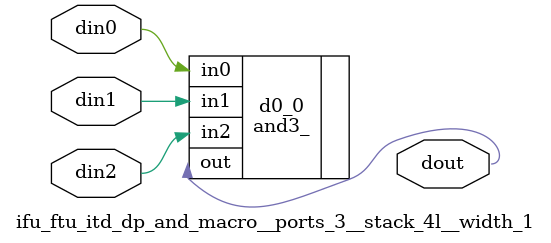
<source format=v>
module ifu_ftu_itd_dp (
  tcu_scan_en, 
  tcu_muxtest, 
  tcu_dectest, 
  l2clk, 
  scan_in, 
  tcu_pce_ov, 
  spc_aclk, 
  spc_bclk, 
  default_pid, 
  default_r, 
  default_context_0, 
  default_context_1, 
  write_context_0, 
  write_context_1, 
  itc_sel_trap_pc_0, 
  itc_sel_trap_pc_1, 
  itc_sel_demap_tag_d, 
  itc_sel_demap_tag_c0, 
  itc_sel_demap_tag_c1, 
  itc_sel_write_tag, 
  itc_sel_default, 
  itc_sel_write_tag_indexed, 
  itc_tag_error_inj, 
  itc_data_error_inj, 
  ifu_agd_pc_bf, 
  tlu_trap_pc_0, 
  tlu_trap_pc_1, 
  mmu_index, 
  ftp_thr0_pid_data, 
  ftp_thr1_pid_data, 
  ftp_thr2_pid_data, 
  ftp_thr3_pid_data, 
  ftp_thr4_pid_data, 
  ftp_thr5_pid_data, 
  ftp_thr6_pid_data, 
  ftp_thr7_pid_data, 
  asi_addr_bf, 
  mbi_addr, 
  mbi_wdata, 
  mbi_run, 
  mbi_cambist_run, 
  mbi_cambist_shift, 
  mbi_init_to_zero, 
  itc_sel_mbist, 
  itc_write_next, 
  scan_out, 
  itd_tag, 
  itd_data, 
  itd_index_valid_in, 
  itd_rw_index, 
  itd_prty_256m, 
  itd_prty_4m, 
  itd_prty_64k, 
  itd_prty_8k, 
  itd_prty_ctxt0, 
  itd_prty_ctxt1);
wire stop;
wire en;
wire test;
wire se;
wire pce_ov;
wire siclk;
wire soclk;
wire [54:0] tlu_tte;
wire tte0_lat_scanin;
wire tte0_lat_scanout;
wire init_or_shift;
wire [54:0] tte0;
wire init_or_shift_bf;
wire tte1_lat_scanin;
wire tte1_lat_scanout;
wire [54:0] tte1;
wire not_init_and_run;
wire not_init_nor_run;
wire [54:0] tte2;
wire not_init_and_run_bf;
wire not_init_nor_run_bf;
wire [2:0] partition_id1_to_buf;
wire [2:0] partition_id1;
wire [68:0] tag_to_demap_d;
wire [68:0] tag_to_demap_c0;
wire [12:0] write_context_0_ff;
wire [68:0] tag_to_demap_c1;
wire [12:0] write_context_1_ff;
wire prty_tte0_ctxt_;
wire sel_write_tag_c0;
wire sel_write_tag_c1;
wire [13:0] context_to_write_in;
wire [68:0] tag_to_write;
wire [13:0] context_to_write;
wire [2:0] partition_id2;
wire context_to_write_prty;
wire mask_va_27_22_;
wire mask_va_21_16_;
wire mask_va_15_13_;
wire mask_context_;
wire [27:13] masked_va;
wire masked_ctxt_parity;
wire [68:0] access_tag_f;
wire wrdata_sel;
wire [51:13] tag_for_parity;
wire mux_masked_ctxt_parity;
wire tag_parity_unmasked;
wire tag_parity_masked;
wire tag_parity;
wire [7:0] mbist_wdata_bf;
wire mbist_run;
wire tag_parity_out;
wire prty_256m;
wire prty_8k_lower;
wire prty_va_27_22;
wire prty_4m;
wire prty_va_27_16;
wire prty_64k;
wire prty_8k;
wire prty_ctxt0;
wire prty_ctxt1;
wire [68:0] access_tag_in;
wire access_tag_reg_scanin;
wire access_tag_reg_scanout;
wire access_tag_reg0_scanin;
wire access_tag_reg0_scanout;
wire write_context_0_reg_scanin;
wire write_context_0_reg_scanout;
wire write_context_1_reg_scanin;
wire write_context_1_reg_scanout;
wire context_to_write_reg_scanin;
wire context_to_write_reg_scanout;
wire tte2_lat_scanin;
wire tte2_lat_scanout;
wire [52:0] tte2_out;
wire [3:0] atm_unused;
wire [6:0] tte2_unused;
wire tte1_unused;
wire [68:0] mbist_wdata;
wire [7:0] mbist_wdata_dup;
wire [37:0] data_mbist_wdata;
wire [68:0] mbist_camdata;
wire [68:0] mbist_camdata_shift;
wire [68:0] bist_wdata;
wire [68:0] itd_tag_to_buf;
wire [5:0] mbist_index;
wire [5:0] itd_rw_index_to_buf;
wire mbist_in_reg_scanin;
wire mbist_in_reg_scanout;
wire [5:0] mbist_index_to_buf;
wire [7:0] mbist_wdata_to_buf;
wire mbist_run_to_buf;
wire cambist_run_bf;
wire mbist_in_dup_reg_scanin;
wire mbist_in_dup_reg_scanout;
wire tcu_muxtest_rep0;
wire [37:0] data_to_write;
wire [36:0] itd_data_to_buf;
wire data_parity;
wire data_parity_0;
wire data_parity_1;
wire init_or_shift_nor;
wire [1:0] itd_demap_control1;
wire demap_control1_0_;




input tcu_scan_en ;
input tcu_muxtest;
input tcu_dectest;
input		l2clk;
input		scan_in;
input		tcu_pce_ov;
input		spc_aclk;
input		spc_bclk;

input	[2:0] default_pid;
input		default_r;
input	[12:0] default_context_0;
input	[12:0] default_context_1;
input	[13:0] write_context_0;
input	[13:0] write_context_1;

input		itc_sel_trap_pc_0;
input		itc_sel_trap_pc_1;
input		itc_sel_demap_tag_d;
input		itc_sel_demap_tag_c0;
input		itc_sel_demap_tag_c1;
input		itc_sel_write_tag;
input           itc_sel_default;
input		itc_sel_write_tag_indexed;
input 	        itc_tag_error_inj;
input 	        itc_data_error_inj;

input	[47:13]	ifu_agd_pc_bf;

input	[47:0]	tlu_trap_pc_0;
input	[47:0]	tlu_trap_pc_1;
input	[6:0]	mmu_index;		// valid and index from data_access

input	[2:0]	ftp_thr0_pid_data;
input	[2:0]	ftp_thr1_pid_data;
input	[2:0]	ftp_thr2_pid_data;
input	[2:0]	ftp_thr3_pid_data;
input	[2:0]	ftp_thr4_pid_data;
input	[2:0]	ftp_thr5_pid_data;
input	[2:0]	ftp_thr6_pid_data;
input	[2:0]	ftp_thr7_pid_data;

input	[8:3]	asi_addr_bf;
input   [5:0] mbi_addr;
input   [7:0]	mbi_wdata;
input 	        mbi_run;
input           mbi_cambist_run;
input           mbi_cambist_shift;
input           mbi_init_to_zero;

input 		itc_sel_mbist;
input           itc_write_next;

output		scan_out;

output	[68:0]	itd_tag;
output	[37:0]	itd_data;
// output	[02:00]	itd_demap_control1;
output		itd_index_valid_in;
output	[5:0]	itd_rw_index;
output		itd_prty_256m;
output		itd_prty_4m;
output		itd_prty_64k;
output		itd_prty_8k;
output		itd_prty_ctxt0;
output		itd_prty_ctxt1;


					
// assign pce_ov	= tcu_pce_ov;
assign stop	= 1'b0;
// assign siclk	= spc_aclk;
// assign soclk	= spc_bclk;
assign en	= 1'b1;
// assign clk	= l2clk;
assign test  	= tcu_dectest;

ifu_ftu_itd_dp_buff_macro__dbuff_32x__stack_none__width_4 test_rep0  (
  .din ({tcu_scan_en,tcu_pce_ov,spc_aclk,spc_bclk}),
  .dout({se,pce_ov,siclk,soclk})
);



///////////////////////////////////////////////////////////////////////////////
// Flop the TTE from TLU

// First cycle of transfer 
// (part of tag, data, controls)
// 	  45	  Demap valid
// 	  44:43	  Demap / context type
//	  42	  PS_GT_64K
//	  41:39   VA[15:13]
//	  38	  PS_GT_8K
//	  37:35   Thread ID
//	  34	  Real bit
//	  33:22   PA[39:28]
//	  21:16   PA[27:22]
//	  15:10   PA[21:16]
//	  09:07   PA[15:13]
//	  06	  Valid bit
//	  05	  NFO bit
//	  04	  IE bit
//	  03	  CP bit
//	  02	  X bit
//	  01	  P bit
//	  00	  W bit
// Second cycle of transfer 
// (rest of tag)
//	  47:28   VA[47:28]
//	  27:22   VA[27:22]
//	  21	  PS_EQ_256M
//	  20	  Valid
//	  19	  Lock
//	  18:13   VA[21:16]
//	  12:00   Context

ifu_ftu_itd_dp_mux_macro__mux_aonpe__ports_2__stack_60c__width_55 tte_mux     (
	.din0	({mmu_index		[6:0],
		  tlu_trap_pc_0		[47:0]}),
	.din1	({mmu_index		[6:0],
		  tlu_trap_pc_1		[47:0]}),
	.sel0	(itc_sel_trap_pc_0		),
	.sel1	(itc_sel_trap_pc_1		),
	.dout	(tlu_tte		[54:0]	)
 
);

ifu_ftu_itd_dp_msff_macro__stack_60c__width_56 tte0_lat   (
        .scan_in(tte0_lat_scanin),
        .scan_out(tte0_lat_scanout),
        .clk ( l2clk                ),
	.din	({tlu_tte		[54:0]	,init_or_shift }),
	.dout	({tte0			[54:0]	,init_or_shift_bf}),
  .en(en),
  .se(se),
  .siclk(siclk),
  .soclk(soclk),
  .pce_ov(pce_ov),
  .stop(stop)
);

ifu_ftu_itd_dp_msff_macro__stack_60c__width_59 tte1_lat   (
        .scan_in(tte1_lat_scanin),
        .scan_out(tte1_lat_scanout),
        .clk ( l2clk                ),
	.din	({tte0[54:0],  tte1[37:36],not_init_and_run , not_init_nor_run}	),
	.dout	({tte1[54:0],  tte2[37:36],not_init_and_run_bf , not_init_nor_run_bf }	),
  .en(en),
  .se(se),
  .siclk(siclk),
  .soclk(soclk),
  .pce_ov(pce_ov),
  .stop(stop)
);





///////////////////////////TTE tag///////////////////////////////////////////////

// First must capture partition ID for both cycles
ifu_ftu_itd_dp_mux_macro__mux_aodec__ports_8__stack_4r__width_3 mx_pid1     (
	.din0	(ftp_thr0_pid_data[2:0]),
	.din1	(ftp_thr1_pid_data[2:0]),
	.din2	(ftp_thr2_pid_data[2:0]),
	.din3	(ftp_thr3_pid_data[2:0]),
	.din4	(ftp_thr4_pid_data[2:0]),
	.din5	(ftp_thr5_pid_data[2:0]),
	.din6	(ftp_thr6_pid_data[2:0]),
	.din7	(ftp_thr7_pid_data[2:0]),
	.sel	(tte1[37:35]),
	.dout	(partition_id1_to_buf[2:0])
);

ifu_ftu_itd_dp_buff_macro__stack_4c__width_3 mx_pid1_buf   (
    .din(partition_id1_to_buf[2:0]),
    .dout(partition_id1[2:0]));

// Now build tag for the two cycles
// Demap with specified context
assign tag_to_demap_d[68:0] =
       {tte0		[12:0],	// Context	
	partition_id1	[2:0],	// PID
	tte1		[34   ],	// R
	tte0		[47:28],	// VA[47:28]
	tte0		[27:22],	// VA[27:22]
	tte0		[21   ],	// 27_22_V
	tte0		[20   ],	// V
	tte0		[18:13],	// VA[21:16]
	tte1		[42   ],	// 21_16_V
	tte1		[41:39],	// VA[15:13]
	tte1		[38   ],	// 15_13_V
	tte0		[12:0]};	// Context[12:00]

// Demap with context 0
assign tag_to_demap_c0[68:0] =
       {write_context_0_ff	[12:0],	// Context[12:00]
	partition_id1		[2:0],	// PID
	tte1			[34   ],	// R
	tte0			[47:28],	// VA[47:28]
	tte0			[27:22],	// VA[27:22]
	tte0			[21   ],	// 27_22_V
	tte0			[20   ],	// V
	tte0			[18:13],	// VA[21:16]
	tte1			[42   ],	// 21_16_V
	tte1			[41:39],	// VA[15:13]
	tte1			[38   ],	// 15_13_V
	write_context_0_ff	[12:0]};	// Context[12:00]
	
// Demap with context 1
assign tag_to_demap_c1[68:0] =
       {write_context_1_ff	[12:0],	// Context[12:00]
	partition_id1		[2:0],	// PID
	tte1			[34   ],	// R
	tte0			[47:28],	// VA[47:28]
	tte0			[27:22],	// VA[27:22]
	tte0			[21   ],	// 27_22_V
	tte0			[20   ],	// V
	tte0			[18:13],	// VA[21:16]
	tte1			[42   ],	// 21_16_V
	tte1			[41:39],	// VA[15:13]
	tte1			[38   ],	// 15_13_V
	write_context_1_ff	[12:0]};	// Context[12:00]

// Mux context for write tag
ifu_ftu_itd_dp_mux_macro__mux_aope__ports_3__stack_14r__width_14 context_to_write_mux     (
	.din0	(write_context_0	[13:0]	),
	.din1	(write_context_1	[13:0]	),
	.din2	({prty_tte0_ctxt_, tte0	[12:0]}),
	.sel0	(sel_write_tag_c0		),
	.sel1	(sel_write_tag_c1		),
	.dout	(context_to_write_in	[13:0]	)
);

// buff_macro context_to_write_buf (width=14, stack=14r) (
//     .din(context_to_write_to_buf[13:0]),
//     .dout(context_to_write[13:0]));

// Write with muxed context
assign tag_to_write[68:0] =
       {context_to_write[12:0],	// Context		68:56
	partition_id2	[2:0],	// PID			55:53
	tte2		[34   ],	// R			52
	tte1		[47:28],	// VA[47:28]		51:32
	tte1		[27:22],	// VA[27:22]		31:26
	tte1		[21   ],	// 27_22_V		25
	tte1		[20   ],	// V			24
	tte1		[18:13],	// VA[21:16]		23:18
	tte2		[42   ],	// 21_16_V		17
	tte2		[41:39],	// VA[15:13]		16:14
	tte2		[38   ],	// 15_13_V		13
	context_to_write[12:0]		// Context[12:00]	12:00
	};
	
assign context_to_write_prty = context_to_write[13] ;

///////////////////////////////////////////////
// Parity generation for tte_tag
///////////////////////////////////////////////

// Mask the appropriate address/context bits based on page size and RA or VA trans type.

ifu_ftu_itd_dp_inv_macro__width_3 pg_mask_va  (
	.din	({tag_to_write[25],tag_to_write[17],tag_to_write[13]}),
	.dout	({mask_va_27_22_,  mask_va_21_16_,  mask_va_15_13_})
);
ifu_ftu_itd_dp_inv_macro__width_1 pg_mask_ctxt  (
	.din	(tag_to_write[52]),
	.dout	(mask_context_)
);

ifu_ftu_itd_dp_and_macro__ports_2__stack_16l__width_16 mask_tag    (
	.din0	({tag_to_write[31:26],
		  tag_to_write[23:18],
		  tag_to_write[16:14],
		  context_to_write_prty}),
	.din1	({{6{mask_va_27_22_}},
		  {6{mask_va_21_16_}},
		  {3{mask_va_15_13_}},
		     mask_context_}),
	.dout	({masked_va[27:22],
		  masked_va[21:16],
		  masked_va[15:13],
		  masked_ctxt_parity})
);

ifu_ftu_itd_dp_mux_macro__left_2__mux_pgpe__ports_2__stack_60c__width_40 parity_mux      (
	.din0	({ tag_to_write[55:53],	
		  tag_to_write[52],	
		  tag_to_write[51:32],	
		  masked_va   [27:22],	
		  masked_va   [21:16],	
		  masked_va   [15:13],
                  masked_ctxt_parity}),	
	.din1	({ access_tag_f[55:53],	
		  access_tag_f[52],	
		  access_tag_f[51:26],	
		  access_tag_f[23:18],	
		  access_tag_f[16:14],
                  1'b0}),	
	.sel0	(wrdata_sel	),
	.dout	({ tag_for_parity[51:13], mux_masked_ctxt_parity})
);

ifu_ftu_itd_dp_prty_macro__width_32 tag_pgen0  (
	.din	({itc_tag_error_inj,1'b0,tag_for_parity[51:28],6'b0}),
	.dout	(tag_parity_unmasked)
);
ifu_ftu_itd_dp_prty_macro__width_16 tag_pgen1  (
	.din	({tag_for_parity[27:13],mux_masked_ctxt_parity}),
	.dout	(tag_parity_masked)
);
// inv_macro inv_tag_par (width=2) (
// 	.din	({tag_parity_unmasked ,tag_parity_masked}),
// 	.dout	({tag_parity_unmasked_,tag_parity_masked_}),
// );
ifu_ftu_itd_dp_xor_macro__ports_2__width_1 pgen_tag   (
	.din0	(tag_parity_unmasked),
	.din1	(tag_parity_masked),
	.dout	(tag_parity)
);
// inv_macro write_inv (width=1) (
// 	.din	(itc_write_next ),
// 	.dout	(write_next_))
// ;
ifu_ftu_itd_dp_mux_macro__mux_pgpe__ports_2__stack_2r__width_1 tag_pmux     (
	.din0	(mbist_wdata_bf[5]),
	.din1	(tag_parity),
	.sel0	(mbist_run),
	.dout	(tag_parity_out)
);
// buff_macro tag_pbuf (width=1) (
// 	.din	(tag_parity_out),
// 	.dout	(tld_data[37])
// );

// Additional logic needed to complete parity detection.  
// tag_parity_unmasked is valid for all page sizes (it's complete for 256m)
// tag_parity_masked represents the addtional parity for 8k pages


assign prty_256m     = tag_parity_unmasked ;
assign prty_8k_lower = tag_parity_masked ; 

ifu_ftu_itd_dp_prty_macro__width_8 pgen_va_27_22  (
	.din	({access_tag_f[31:26],2'b00}),
	.dout	(prty_va_27_22)
);
ifu_ftu_itd_dp_xor_macro__ports_2__width_1 pgen_4m   (
	.din0	(prty_256m),
	.din1	(prty_va_27_22),
	.dout	(prty_4m)
);

ifu_ftu_itd_dp_prty_macro__width_16 pgen_va_27_16  (
	.din	({access_tag_f[31:26],4'b0000,access_tag_f[23:18]}),
	.dout	(prty_va_27_16)
);
ifu_ftu_itd_dp_xor_macro__ports_2__width_1 pgen_64k   (
	.din0	(prty_256m),
	.din1	(prty_va_27_16),
	.dout	(prty_64k)
);

ifu_ftu_itd_dp_xor_macro__ports_2__width_1 pgen_8k   (
	.din0	(prty_256m),
	.din1	(prty_8k_lower),
	.dout	(prty_8k)
);

 ifu_ftu_itd_dp_prty_macro__width_16 pgen_ctxt0  (
 	.din	({access_tag_f[12:0],3'b000}),
 	.dout	(prty_ctxt0)
 );
 ifu_ftu_itd_dp_prty_macro__width_16 pgen_ctxt1  (
 	.din	({3'b000,access_tag_f[68:56]}),
 	.dout	(prty_ctxt1)
 );

ifu_ftu_itd_dp_buff_macro__width_6 prty_buf  (
	.din	({    prty_256m,    prty_4m,    prty_64k,    prty_8k,    prty_ctxt0,    prty_ctxt1}),
	.dout	({itd_prty_256m,itd_prty_4m,itd_prty_64k,itd_prty_8k,itd_prty_ctxt0,itd_prty_ctxt1})
);

/////////////////////////////////////////////////////////////////////////////////////////////////////////////


 ifu_ftu_itd_dp_prty_macro__width_16 pgen_tte0_ctxt  (
  	.din	({1'b0,tte0[12:0],2'b00}),
  	.dout	(prty_tte0_ctxt_)
  );


assign access_tag_in[68:0] = {itd_tag[68:52],ifu_agd_pc_bf[47:22],itd_tag[25:24],
                              ifu_agd_pc_bf[21:16],itd_tag[17],ifu_agd_pc_bf[15:13],itd_tag[13:0]};

ifu_ftu_itd_dp_msff_macro__stack_60c__width_56 access_tag_reg  (
 .scan_in(access_tag_reg_scanin),
 .scan_out(access_tag_reg_scanout),
 .clk ( l2clk                ),
 .en  ( 1'b1 ),  
 .din ( access_tag_in[55:0]),
 .dout( access_tag_f[55:0]    ),
  .se(se),
  .siclk(siclk),
  .soclk(soclk),
  .pce_ov(pce_ov),
  .stop(stop));

ifu_ftu_itd_dp_msff_macro__stack_14c__width_13 access_tag_reg0  (
 .scan_in(access_tag_reg0_scanin),
 .scan_out(access_tag_reg0_scanout),
 .clk ( l2clk                ),
 .en  ( 1'b1 ),  
 .din ( access_tag_in[68:56]),
 .dout( access_tag_f[68:56]    ),
  .se(se),
  .siclk(siclk),
  .soclk(soclk),
  .pce_ov(pce_ov),
  .stop(stop));

ifu_ftu_itd_dp_msff_macro__stack_14c__width_13 write_context_0_reg  (
 .scan_in(write_context_0_reg_scanin),
 .scan_out(write_context_0_reg_scanout),
 .clk ( l2clk                ),
 .en  ( 1'b1 ),  
 .din ( write_context_0[12:0]),
 .dout( write_context_0_ff[12:0]    ),
  .se(se),
  .siclk(siclk),
  .soclk(soclk),
  .pce_ov(pce_ov),
  .stop(stop));

ifu_ftu_itd_dp_msff_macro__stack_14c__width_14 write_context_1_reg  (
 .scan_in(write_context_1_reg_scanin),
 .scan_out(write_context_1_reg_scanout),
 .clk ( l2clk                ),
 .en  ( 1'b1 ),  
 .din ( {itc_write_next,write_context_1[12:0]}),
 .dout( {wrdata_sel,write_context_1_ff[12:0] }   ),
  .se(se),
  .siclk(siclk),
  .soclk(soclk),
  .pce_ov(pce_ov),
  .stop(stop));

ifu_ftu_itd_dp_msff_macro__stack_14c__width_14 context_to_write_reg  (
 .scan_in(context_to_write_reg_scanin),
 .scan_out(context_to_write_reg_scanout),
 .clk ( l2clk                ),
 .en  ( 1'b1 ),  
 .din ( context_to_write_in[13:0]),
 .dout( context_to_write[13:0]    ),
  .se(se),
  .siclk(siclk),
  .soclk(soclk),
  .pce_ov(pce_ov),
  .stop(stop));

// msff_macro tte2_lat (width=52, stack=70c, mux=aope, ports=4) (
//         .scan_in(tte2_lat_scanin),
//         .scan_out(tte2_lat_scanout),
//         .din0   ({51'b0,1'b1}),
//         .din1   ({tte2_lat_out[50:0],1'b0}),
//         .din2   ({tte1[54:47],partition_id1[2:0],tte1[42:38],1'b1,1'b0,tte1[34:7],tte1[5:0]}),
//         .din3   ({tld_tag[55:52],12'b0,1'b0,1'b1,7'b0,tgd_tag_c1[12:00],tgd_tag_c0[12:0],1'b0}),
//         .sel0   (mbi_init_to_zero),
//         .sel1   (mbi_cambist_shift),
//         .sel2   (tlc_write_next),
//         .dout   (tte2_lat_out[51:0]),
//         .en     (tlc_tte2_clken)
// );

ifu_ftu_itd_dp_msff_macro__mux_aope__ports_3__stack_60c__width_53 tte2_lat   (
        .scan_in(tte2_lat_scanin),
        .scan_out(tte2_lat_scanout),
        .clk(l2clk),
        .din0   ({52'b0,1'b1}),
        .din1   ({tte2_out[51:0],1'b0}),
	.din2 	({tte1[54:46],partition_id1[2:0],tte1[44:38],tte1[34:28],tte1[27:7],tte1[5:0]}),
        .sel0   (mbi_init_to_zero ),
        .sel1   (mbi_cambist_shift),
	.dout	({tte2[54:46],partition_id2[2:0],tte2[44:38],tte2[34:28],tte2[27:7],tte2[5:0]}),
	.en	(1'b1),
  .se(se),
  .siclk(siclk),
  .soclk(soclk),
  .pce_ov(pce_ov),
  .stop(stop)
);


assign tte2_out[52:0]  = 	({tte2[54:46],partition_id2[2:0],tte2[44:38],tte2[34:28],tte2[27:7],tte2[5:0]});
assign itd_index_valid_in =          tte1[54];

assign atm_unused[3:0] = {access_tag_f[25:24],access_tag_f[17],access_tag_f[13]};
assign tte2_unused[6:0]            = {tte2[47:46],tte2[44:43],tte2[37:36], tte1[35]} ;
assign tte1_unused     = tte1[6] ;




///////////////////////////////////////////////
// Mux bist test data                        //
///////////////////////////////////////////////
//     mbist_wdata[68:0] = {    mbist_wdata_bf[2:0], mbist_wdata_bf[7:0],mbist_wdata_bf[7:6],          // [68:56]
//                              mbist_wdata_bf[4:2],                                                   // [55:53]
//                              1'b0,                                                                  // [52]
//                              mbist_wdata_bf[0],{3{mbist_wdata_bf[7:0]}},mbist_wdata_bf[7],          // [51:26]
//                              1'b0,                                                                  // [25]
//                              mbist_wdata_bf[6:0],                                                   // [24:18]
//                              1'b0,                                                                  // [17]
//                              mbist_wdata_bf[7:5],                                                   // [16:14]
//                              1'b0,                                                                  // [13]
//                              mbist_wdata_bf[4:0],mbist_wdata_bf[7:0]};                              // [12:0]
//
//
//

// Page mask and real bits must be zero for bist to avoid masking lower address and context bits.
assign mbist_wdata[68:0] = {    mbist_wdata_dup[1:0],mbist_wdata_dup[7:0], mbist_wdata_dup[7:5],          // [68:56]
                                mbist_wdata_dup[4:2],                                                   // [55:53]
                                1'b0,                                                                  // [52]
                                mbist_wdata_dup[0],{3{mbist_wdata_dup[7:0]}},mbist_wdata_dup[7],          // [51:26]
                                1'b0,                                                                  // [25]
                                mbist_wdata_dup[6:0],                                                   // [24:18]
                                1'b0,                                                                  // [17]
                                mbist_wdata_dup[7:5],                                                   // [16:14]
                                1'b0,                                                                  // [13]
                                mbist_wdata_dup[4:0],mbist_wdata_dup[7:0]};                              // [12:0]


assign data_mbist_wdata[37:0] = { mbist_wdata_bf[5:0],mbist_wdata_bf[7:2],                             // [37:26]
                                mbist_wdata_bf[1],                                                     // [25]
                                mbist_wdata_bf[0],mbist_wdata_bf[7:2],                                 // [24:18]
                                mbist_wdata_bf[1],                                                     // [17]
                                mbist_wdata_bf[0], mbist_wdata_bf[7:6],                                // [16:14]
                                mbist_wdata_bf[5],                                                     // [13]
                                mbist_wdata_bf[4:0],mbist_wdata_bf[7:0]};                              // [12:0]


// correct this
assign mbist_camdata[68:0]       =   ({{13{mbist_wdata_dup[2]}},{3{mbist_wdata_dup[1]}},mbist_wdata_dup[5],
                                       {26{mbist_wdata_dup[0]}},1'b0,mbist_wdata_dup[4],{6{mbist_wdata_dup[0]}}, 1'b0,
                                       {3{mbist_wdata_dup[0]}},1'b0,{13{mbist_wdata_dup[3]}}});          // CAMBIST match/write data

// correct this
assign mbist_camdata_shift[68:0] =   ({tte2_out[12:0],tte2_out[51:49],tte2_out[48],
                                       tte2_out[47:22],1'b0,1'b1,tte2_out[21:16], 1'b0,
                                       tte2_out[15:13],1'b0,tte2_out[12:0]});           // CAMBIST shift data


ifu_ftu_itd_dp_mux_macro__dmux_6x__mux_aonpe__ports_3__stack_58c__width_56 test_data_mux0      (
        .din0   (mbist_camdata_shift[55:0]),           // CAMBIST shift data
        .din1   (mbist_camdata[55:0]),                 // CAMBIST match/write data
        .din2   (mbist_wdata[55:0]),                   // MEMBIST data
        .sel0   (init_or_shift_bf),
        .sel1   (not_init_and_run_bf),
        .sel2   (not_init_nor_run_bf),
        .dout   (bist_wdata[55:0])
);

ifu_ftu_itd_dp_mux_macro__dmux_6x__mux_aonpe__ports_3__stack_14r__width_13 test_data_mux1      (
        .din0   (mbist_camdata_shift[68:56]),           // CAMBIST shift data
        .din1   (mbist_camdata[68:56]),                 // CAMBIST match/write data
        .din2   (mbist_wdata[68:56]),                   // MEMBIST data
        .sel0   (init_or_shift_bf),
        .sel1   (not_init_and_run_bf),
        .sel2   (not_init_nor_run_bf),
        .dout   (bist_wdata[68:56])
);

///////////////////////////////////////////////
// Parity generation for tte_tag
///////////////////////////////////////////////


// VA muxing done in ifu_ftu_agd_dp, and other "middle" parts of
// tag are not used in match
ifu_ftu_itd_dp_mux_macro__dmux_8x__mux_aonpe__ports_7__stack_58c__width_56 mx_tag0_d      (
	.din0	(tag_to_demap_d		[55:0]	),
	.din1	(tag_to_demap_c0	[55:0]	),
	.din2	(tag_to_demap_c1	[55:0]	),
	.din3	(tag_to_write		[55:0]	),
	.din4	(tag_to_write		[55:0]	),
	.din5	(bist_wdata     	[55:0]	),
	.din6	({default_pid		[2:0],
		  default_r		       ,
		  {39 {1'b0}}		       ,
		  default_context_0	[12:0]}),
	.sel0	(itc_sel_demap_tag_d		),
	.sel1	(itc_sel_demap_tag_c0		),
	.sel2	(itc_sel_demap_tag_c1		),
	.sel3	(itc_sel_write_tag		),
	.sel4	(itc_sel_write_tag_indexed	),
	.sel5	(itc_sel_mbist			),
	.sel6	(itc_sel_default			),
	.dout	(itd_tag_to_buf		[55:0]	)
);

assign itd_tag[55:0] = itd_tag_to_buf[55:0];

// buff_macro mx_tag0_d_buf (width=58, stack=60c) (
// 	.din 	(itd_tag_to_buf		[57:00]	),
// 	.dout	(itd_tag		[57:00]	));

ifu_ftu_itd_dp_mux_macro__dmux_6x__mux_aonpe__ports_7__stack_20r__width_19 mx_tag1_d      (
	.din0	({6'd0,tag_to_demap_d[68:56]}),
	.din1	({6'd0,tag_to_demap_c0[68:56]}),
	.din2	({6'd0,tag_to_demap_c1[68:56]}),
	.din3	({6'd0,tag_to_write[68:56]}),
	.din4	({tte2[53:48],tag_to_write[68:56]}),
	.din5   ({mbist_index[5:0],bist_wdata[68:56]}),
	.din6	({asi_addr_bf[8:3],default_context_1[12:0]}),
	.sel0	(itc_sel_demap_tag_d),
	.sel1	(itc_sel_demap_tag_c0),
	.sel2	(itc_sel_demap_tag_c1),
	.sel3	(itc_sel_write_tag),
	.sel4	(itc_sel_write_tag_indexed),
	.sel5	(itc_sel_mbist			),
	.sel6	(itc_sel_default			),
    	.dout	({itd_rw_index_to_buf[5:0],itd_tag_to_buf[68:56]})  
);

// buff_macro mx_tag1_d_buf (width=20, stack=20c) (
//     .din ( {prty_ctxt1_to_buf_,itd_rw_index_to_buf[5:0],itd_tag_to_buf[68:56]}), 
//     .dout({prty_ctxt1_,itd_rw_index[5:0],itd_tag[68:56]}) ) ;

// assign prty_ctxt1_       = prty_ctxt1_to_buf_; 
assign itd_rw_index[5:0] = itd_rw_index_to_buf[5:0] ;
assign itd_tag[68:56]    = itd_tag_to_buf[68:56] ;

ifu_ftu_itd_dp_msff_macro__stack_16r__width_16 mbist_in_reg  (
 .scan_in(mbist_in_reg_scanin),
 .scan_out(mbist_in_reg_scanout),
 .clk ( l2clk                ),
 .en  ( 1'b1 ),  
 .din ( {mbi_addr[5:0],mbi_wdata[7:0],mbi_run,mbi_cambist_run}),
 .dout( {mbist_index_to_buf[5:0],mbist_wdata_to_buf[7:0],mbist_run_to_buf,cambist_run_bf}     ),
  .se(se),
  .siclk(siclk),
  .soclk(soclk),
  .pce_ov(pce_ov),
  .stop(stop));

ifu_ftu_itd_dp_msff_macro__stack_8c__width_8 mbist_in_dup_reg  (
 .scan_in(mbist_in_dup_reg_scanin),
 .scan_out(mbist_in_dup_reg_scanout),
 .clk ( l2clk                ),
 .en  ( 1'b1 ),  
 .din ( mbi_wdata[7:0]),
 .dout( mbist_wdata_dup[7:0]),
  .se(se),
  .siclk(siclk),
  .soclk(soclk),
  .pce_ov(pce_ov),
  .stop(stop));

ifu_ftu_itd_dp_buff_macro__stack_16r__width_15 mbist_in_buf  (
    .din( {mbist_index_to_buf[5:0],mbist_wdata_to_buf[7:0],mbist_run_to_buf}     ),
    .dout( {mbist_index[5:0],mbist_wdata_bf[7:0],mbist_run}     ));


///////////////////////////TTE data////////////////////////////////////////////
                                

ifu_ftu_itd_dp_buff_macro__dbuff_48x__width_1 tst_mux_rep0  (
 .din ( tcu_muxtest     ),
 .dout( tcu_muxtest_rep0     ));


// Data is only needed for write, need a mux only for bist
ifu_ftu_itd_dp_mux_macro__mux_pgpe__ports_3__stack_38c__width_37 mx_itd_data     (
        .din0   ({31'b0,mbist_index[5:0]}),                  //CAM write data
	.din1	(data_mbist_wdata[36:0]),                    //MBIST write data
	.din2	(data_to_write[36:0]),                    //Functional write data
        .muxtst (tcu_muxtest_rep0),
	.sel0	(cambist_run_bf),
	.sel1	(mbist_run),
	.dout	(itd_data_to_buf[36:0]),
  .test(test)
);

assign itd_data[37:0] = {data_to_write[37], itd_data_to_buf[36:0]} ;

// buff_macro mx_itd_data_buf (width=39, stack=60c) (
// 	.din 	(itd_data_to_buf[38:0]),
// 	.dout	(itd_data[38:0]));

assign data_to_write[37:0] = 
       {tag_parity_out	       ,	// Parity for tag
	data_parity	       ,	// Parity
	tte2		[33:22],	// PA[39:28]
	tte2		[21:16],	// PA[27:22]
	tte1		[21   ],	// 27_22_V, PS_EQ_256M
	tte2		[15:10],	// PA[21:16]
	tte2		[42   ],	// 21_16_V, PS_GT_64K
	tte2		[9:7],	// VA[15:13]
	tte2		[38   ],	// 15_13_V, PS_GT_8K
	tte2		[5:0]		// NFO, IE, CP, E, P, W
	};	


 ifu_ftu_itd_dp_prty_macro__width_32 dprty0  (
	.din	(data_to_write[31:0]),
	.dout	(data_parity_0)
);
ifu_ftu_itd_dp_prty_macro__width_8 dprty1  (
	.din	({2'b00,data_to_write[35:32],itc_data_error_inj,1'b0}),
	.dout	(data_parity_1)
);

ifu_ftu_itd_dp_xor_macro__ports_2__width_1 pgen_data_xor   (
	.din0	(data_parity_0),
	.din1	(data_parity_1),
	.dout	(data_parity)
);

ifu_ftu_itd_dp_nor_macro__ports_2__width_1 shift_or_init   (
	.din0	(mbi_init_to_zero),
	.din1	(mbi_cambist_shift),
	.dout	(init_or_shift_nor)
);

ifu_ftu_itd_dp_inv_macro__width_1 shift_or_init_inv  (
         .din    (init_or_shift_nor),
         .dout   (init_or_shift)
 );

ifu_ftu_itd_dp_nor_macro__ports_2__width_1 not_init_nor_run_nor   (
	.din0	(init_or_shift),
	.din1	(mbi_cambist_run),
	.dout	(not_init_nor_run)
);

ifu_ftu_itd_dp_and_macro__ports_2__width_1 not_init_and_run_and   (
	.din0	(init_or_shift_nor),
	.din1	(mbi_cambist_run),
	.dout	(not_init_and_run)
);

// buff_macro dprty_buf (width=1) (
// 	.din	(data_parity),
// 	.dout	(data_parity_buf)
// );


assign itd_demap_control1[1:0] =
       tte1[44:43];

// Write context 0 if a write with use_context_0 on
// assign itc_sel_write_tag_c0 =
//        (wr_vld  &                  demap_c2[00]) ;
// 
// Write context 1 if a write with use_context_1 on
// assign itc_sel_write_tag_c1 =
//        (wr_vld  &                  demap_c2[01] & ~demap_c2[00]) ;


ifu_ftu_itd_dp_and_macro__ports_2__stack_2l__width_1 write_tag_c0_and    (
        .din0   (itc_write_next),
        .din1   (itd_demap_control1[0]),
        .dout   (sel_write_tag_c0)
);

ifu_ftu_itd_dp_and_macro__ports_3__stack_4l__width_1 write_tag_c1_and    (
        .din0   (itc_write_next),
        .din1   (demap_control1_0_),
        .din2   (itd_demap_control1[1]),
        .dout   (sel_write_tag_c1)
);

// assign sel_write_tag_t1 = write_next_ ;
// 
 ifu_ftu_itd_dp_inv_macro__width_1 sel_write_inv  (
         .din    (itd_demap_control1[0]),
         .dout   (demap_control1_0_)
 );




// assign se = tcu_scan_en ;
// fixscan start:
assign tte0_lat_scanin           = scan_in                  ;
assign tte1_lat_scanin           = tte0_lat_scanout         ;
assign access_tag_reg_scanin     = tte1_lat_scanout         ;
assign access_tag_reg0_scanin    = access_tag_reg_scanout   ;
assign write_context_0_reg_scanin = access_tag_reg0_scanout  ;
assign write_context_1_reg_scanin = write_context_0_reg_scanout;
assign context_to_write_reg_scanin = write_context_1_reg_scanout;
assign tte2_lat_scanin           = context_to_write_reg_scanout;
assign mbist_in_reg_scanin       = tte2_lat_scanout         ;
assign mbist_in_dup_reg_scanin   = mbist_in_reg_scanout     ;
assign scan_out                  = mbist_in_dup_reg_scanout ;
// fixscan end:
endmodule	
	
	


//
//   buff macro
//
//





module ifu_ftu_itd_dp_buff_macro__dbuff_32x__stack_none__width_4 (
  din, 
  dout);
  input [3:0] din;
  output [3:0] dout;






buff #(4)  d0_0 (
.in(din[3:0]),
.out(dout[3:0])
);








endmodule





// general mux macro for pass-gate and and-or muxes with/wout priority encoders
// also for pass-gate with decoder





// any PARAMS parms go into naming of macro

module ifu_ftu_itd_dp_mux_macro__mux_aonpe__ports_2__stack_60c__width_55 (
  din0, 
  sel0, 
  din1, 
  sel1, 
  dout);
wire buffout0;
wire buffout1;

  input [54:0] din0;
  input sel0;
  input [54:0] din1;
  input sel1;
  output [54:0] dout;





cl_dp1_muxbuff2_8x  c0_0 (
 .in0(sel0),
 .in1(sel1),
 .out0(buffout0),
 .out1(buffout1)
);
mux2s #(55)  d0_0 (
  .sel0(buffout0),
  .sel1(buffout1),
  .in0(din0[54:0]),
  .in1(din1[54:0]),
.dout(dout[54:0])
);









  



endmodule






// any PARAMS parms go into naming of macro

module ifu_ftu_itd_dp_msff_macro__stack_60c__width_56 (
  din, 
  clk, 
  en, 
  se, 
  scan_in, 
  siclk, 
  soclk, 
  pce_ov, 
  stop, 
  dout, 
  scan_out);
wire l1clk;
wire siclk_out;
wire soclk_out;
wire [54:0] so;

  input [55:0] din;


  input clk;
  input en;
  input se;
  input scan_in;
  input siclk;
  input soclk;
  input pce_ov;
  input stop;



  output [55:0] dout;


  output scan_out;




cl_dp1_l1hdr_8x c0_0 (
.l2clk(clk),
.pce(en),
.aclk(siclk),
.bclk(soclk),
.l1clk(l1clk),
  .se(se),
  .pce_ov(pce_ov),
  .stop(stop),
  .siclk_out(siclk_out),
  .soclk_out(soclk_out)
);
dff_ #(56)  d0_0 (
.l1clk(l1clk),
.siclk(siclk_out),
.soclk(soclk_out),
.d(din[55:0]),
.si({scan_in,so[54:0]}),
.so({so[54:0],scan_out}),
.q(dout[55:0])
);




















endmodule













// any PARAMS parms go into naming of macro

module ifu_ftu_itd_dp_msff_macro__stack_60c__width_59 (
  din, 
  clk, 
  en, 
  se, 
  scan_in, 
  siclk, 
  soclk, 
  pce_ov, 
  stop, 
  dout, 
  scan_out);
wire l1clk;
wire siclk_out;
wire soclk_out;
wire [57:0] so;

  input [58:0] din;


  input clk;
  input en;
  input se;
  input scan_in;
  input siclk;
  input soclk;
  input pce_ov;
  input stop;



  output [58:0] dout;


  output scan_out;




cl_dp1_l1hdr_8x c0_0 (
.l2clk(clk),
.pce(en),
.aclk(siclk),
.bclk(soclk),
.l1clk(l1clk),
  .se(se),
  .pce_ov(pce_ov),
  .stop(stop),
  .siclk_out(siclk_out),
  .soclk_out(soclk_out)
);
dff_ #(59)  d0_0 (
.l1clk(l1clk),
.siclk(siclk_out),
.soclk(soclk_out),
.d(din[58:0]),
.si({scan_in,so[57:0]}),
.so({so[57:0],scan_out}),
.q(dout[58:0])
);




















endmodule









// general mux macro for pass-gate and and-or muxes with/wout priority encoders
// also for pass-gate with decoder





// any PARAMS parms go into naming of macro

module ifu_ftu_itd_dp_mux_macro__mux_aodec__ports_8__stack_4r__width_3 (
  din0, 
  din1, 
  din2, 
  din3, 
  din4, 
  din5, 
  din6, 
  din7, 
  sel, 
  dout);
wire psel0;
wire psel1;
wire psel2;
wire psel3;
wire psel4;
wire psel5;
wire psel6;
wire psel7;

  input [2:0] din0;
  input [2:0] din1;
  input [2:0] din2;
  input [2:0] din3;
  input [2:0] din4;
  input [2:0] din5;
  input [2:0] din6;
  input [2:0] din7;
  input [2:0] sel;
  output [2:0] dout;





cl_dp1_pdec8_8x  c0_0 (
  .test(1'b1),
 .sel0(sel[0]),
 .sel1(sel[1]),
 .sel2(sel[2]),
 .psel0(psel0),
 .psel1(psel1),
 .psel2(psel2),
 .psel3(psel3),
 .psel4(psel4),
 .psel5(psel5),
 .psel6(psel6),
 .psel7(psel7)
);

mux8s #(3)  d0_0 (
  .sel0(psel0),
  .sel1(psel1),
  .sel2(psel2),
  .sel3(psel3),
  .sel4(psel4),
  .sel5(psel5),
  .sel6(psel6),
  .sel7(psel7),
  .in0(din0[2:0]),
  .in1(din1[2:0]),
  .in2(din2[2:0]),
  .in3(din3[2:0]),
  .in4(din4[2:0]),
  .in5(din5[2:0]),
  .in6(din6[2:0]),
  .in7(din7[2:0]),
.dout(dout[2:0])
);









  



endmodule


//
//   buff macro
//
//





module ifu_ftu_itd_dp_buff_macro__stack_4c__width_3 (
  din, 
  dout);
  input [2:0] din;
  output [2:0] dout;






buff #(3)  d0_0 (
.in(din[2:0]),
.out(dout[2:0])
);








endmodule





// general mux macro for pass-gate and and-or muxes with/wout priority encoders
// also for pass-gate with decoder





// any PARAMS parms go into naming of macro

module ifu_ftu_itd_dp_mux_macro__mux_aope__ports_3__stack_14r__width_14 (
  din0, 
  din1, 
  din2, 
  sel0, 
  sel1, 
  dout);
wire psel0;
wire psel1;
wire psel2;

  input [13:0] din0;
  input [13:0] din1;
  input [13:0] din2;
  input sel0;
  input sel1;
  output [13:0] dout;





cl_dp1_penc3_8x  c0_0 (
  .test(1'b1),
 .sel0(sel0),
 .sel1(sel1),
 .psel0(psel0),
 .psel1(psel1),
 .psel2(psel2)
);

mux3s #(14)  d0_0 (
  .sel0(psel0),
  .sel1(psel1),
  .sel2(psel2),
  .in0(din0[13:0]),
  .in1(din1[13:0]),
  .in2(din2[13:0]),
.dout(dout[13:0])
);









  



endmodule


//
//   invert macro
//
//





module ifu_ftu_itd_dp_inv_macro__width_3 (
  din, 
  dout);
  input [2:0] din;
  output [2:0] dout;






inv #(3)  d0_0 (
.in(din[2:0]),
.out(dout[2:0])
);









endmodule





//
//   invert macro
//
//





module ifu_ftu_itd_dp_inv_macro__width_1 (
  din, 
  dout);
  input [0:0] din;
  output [0:0] dout;






inv #(1)  d0_0 (
.in(din[0:0]),
.out(dout[0:0])
);









endmodule





//  
//   and macro for ports = 2,3,4
//
//





module ifu_ftu_itd_dp_and_macro__ports_2__stack_16l__width_16 (
  din0, 
  din1, 
  dout);
  input [15:0] din0;
  input [15:0] din1;
  output [15:0] dout;






and2_ #(16)  d0_0 (
.in0(din0[15:0]),
.in1(din1[15:0]),
.out(dout[15:0])
);









endmodule





// general mux macro for pass-gate and and-or muxes with/wout priority encoders
// also for pass-gate with decoder





// any PARAMS parms go into naming of macro

module ifu_ftu_itd_dp_mux_macro__left_2__mux_pgpe__ports_2__stack_60c__width_40 (
  din0, 
  din1, 
  sel0, 
  dout);
wire psel0_unused;
wire psel1;

  input [39:0] din0;
  input [39:0] din1;
  input sel0;
  output [39:0] dout;





cl_dp1_penc2_8x  c0_0 (
 .sel0(sel0),
 .psel0(psel0_unused),
 .psel1(psel1)
);

mux2e #(40)  d0_0 (
  .sel(psel1),
  .in0(din0[39:0]),
  .in1(din1[39:0]),
.dout(dout[39:0])
);









  



endmodule


//
//   parity macro (even parity)
//
//





module ifu_ftu_itd_dp_prty_macro__width_32 (
  din, 
  dout);
  input [31:0] din;
  output dout;







prty #(32)  m0_0 (
.in(din[31:0]),
.out(dout)
);










endmodule





//
//   parity macro (even parity)
//
//





module ifu_ftu_itd_dp_prty_macro__width_16 (
  din, 
  dout);
  input [15:0] din;
  output dout;







prty #(16)  m0_0 (
.in(din[15:0]),
.out(dout)
);










endmodule





//
//   xor macro for ports = 2,3
//
//





module ifu_ftu_itd_dp_xor_macro__ports_2__width_1 (
  din0, 
  din1, 
  dout);
  input [0:0] din0;
  input [0:0] din1;
  output [0:0] dout;





xor2_ #(1)  d0_0 (
.in0(din0[0:0]),
.in1(din1[0:0]),
.out(dout[0:0])
);








endmodule





// general mux macro for pass-gate and and-or muxes with/wout priority encoders
// also for pass-gate with decoder





// any PARAMS parms go into naming of macro

module ifu_ftu_itd_dp_mux_macro__mux_pgpe__ports_2__stack_2r__width_1 (
  din0, 
  din1, 
  sel0, 
  dout);
wire psel0_unused;
wire psel1;

  input [0:0] din0;
  input [0:0] din1;
  input sel0;
  output [0:0] dout;





cl_dp1_penc2_8x  c0_0 (
 .sel0(sel0),
 .psel0(psel0_unused),
 .psel1(psel1)
);

mux2e #(1)  d0_0 (
  .sel(psel1),
  .in0(din0[0:0]),
  .in1(din1[0:0]),
.dout(dout[0:0])
);









  



endmodule


//
//   parity macro (even parity)
//
//





module ifu_ftu_itd_dp_prty_macro__width_8 (
  din, 
  dout);
  input [7:0] din;
  output dout;







prty #(8)  m0_0 (
.in(din[7:0]),
.out(dout)
);










endmodule





//
//   buff macro
//
//





module ifu_ftu_itd_dp_buff_macro__width_6 (
  din, 
  dout);
  input [5:0] din;
  output [5:0] dout;






buff #(6)  d0_0 (
.in(din[5:0]),
.out(dout[5:0])
);








endmodule









// any PARAMS parms go into naming of macro

module ifu_ftu_itd_dp_msff_macro__stack_14c__width_13 (
  din, 
  clk, 
  en, 
  se, 
  scan_in, 
  siclk, 
  soclk, 
  pce_ov, 
  stop, 
  dout, 
  scan_out);
wire l1clk;
wire siclk_out;
wire soclk_out;
wire [11:0] so;

  input [12:0] din;


  input clk;
  input en;
  input se;
  input scan_in;
  input siclk;
  input soclk;
  input pce_ov;
  input stop;



  output [12:0] dout;


  output scan_out;




cl_dp1_l1hdr_8x c0_0 (
.l2clk(clk),
.pce(en),
.aclk(siclk),
.bclk(soclk),
.l1clk(l1clk),
  .se(se),
  .pce_ov(pce_ov),
  .stop(stop),
  .siclk_out(siclk_out),
  .soclk_out(soclk_out)
);
dff_ #(13)  d0_0 (
.l1clk(l1clk),
.siclk(siclk_out),
.soclk(soclk_out),
.d(din[12:0]),
.si({scan_in,so[11:0]}),
.so({so[11:0],scan_out}),
.q(dout[12:0])
);




















endmodule













// any PARAMS parms go into naming of macro

module ifu_ftu_itd_dp_msff_macro__stack_14c__width_14 (
  din, 
  clk, 
  en, 
  se, 
  scan_in, 
  siclk, 
  soclk, 
  pce_ov, 
  stop, 
  dout, 
  scan_out);
wire l1clk;
wire siclk_out;
wire soclk_out;
wire [12:0] so;

  input [13:0] din;


  input clk;
  input en;
  input se;
  input scan_in;
  input siclk;
  input soclk;
  input pce_ov;
  input stop;



  output [13:0] dout;


  output scan_out;




cl_dp1_l1hdr_8x c0_0 (
.l2clk(clk),
.pce(en),
.aclk(siclk),
.bclk(soclk),
.l1clk(l1clk),
  .se(se),
  .pce_ov(pce_ov),
  .stop(stop),
  .siclk_out(siclk_out),
  .soclk_out(soclk_out)
);
dff_ #(14)  d0_0 (
.l1clk(l1clk),
.siclk(siclk_out),
.soclk(soclk_out),
.d(din[13:0]),
.si({scan_in,so[12:0]}),
.so({so[12:0],scan_out}),
.q(dout[13:0])
);




















endmodule













// any PARAMS parms go into naming of macro

module ifu_ftu_itd_dp_msff_macro__mux_aope__ports_3__stack_60c__width_53 (
  din0, 
  din1, 
  din2, 
  sel0, 
  sel1, 
  clk, 
  en, 
  se, 
  scan_in, 
  siclk, 
  soclk, 
  pce_ov, 
  stop, 
  dout, 
  scan_out);
wire psel0;
wire psel1;
wire psel2;
wire [52:0] muxout;
wire l1clk;
wire siclk_out;
wire soclk_out;
wire [51:0] so;

  input [52:0] din0;
  input [52:0] din1;
  input [52:0] din2;
  input sel0;
  input sel1;


  input clk;
  input en;
  input se;
  input scan_in;
  input siclk;
  input soclk;
  input pce_ov;
  input stop;



  output [52:0] dout;


  output scan_out;




cl_dp1_penc3_8x  c1_0 (
  .test(1'b1),
 .sel0(sel0),
 .sel1(sel1),
 .psel0(psel0),
 .psel1(psel1),
 .psel2(psel2)
);

mux3s #(53)  d1_0 (
  .sel0(psel0),
  .sel1(psel1),
  .sel2(psel2),
  .in0(din0[52:0]),
  .in1(din1[52:0]),
  .in2(din2[52:0]),
.dout(muxout[52:0])
);
cl_dp1_l1hdr_8x c0_0 (
.l2clk(clk),
.pce(en),
.aclk(siclk),
.bclk(soclk),
.l1clk(l1clk),
  .se(se),
  .pce_ov(pce_ov),
  .stop(stop),
  .siclk_out(siclk_out),
  .soclk_out(soclk_out)
);
dff_ #(53)  d0_0 (
.l1clk(l1clk),
.siclk(siclk_out),
.soclk(soclk_out),
.d(muxout[52:0]),
.si({scan_in,so[51:0]}),
.so({so[51:0],scan_out}),
.q(dout[52:0])
);




















endmodule









// general mux macro for pass-gate and and-or muxes with/wout priority encoders
// also for pass-gate with decoder





// any PARAMS parms go into naming of macro

module ifu_ftu_itd_dp_mux_macro__dmux_6x__mux_aonpe__ports_3__stack_58c__width_56 (
  din0, 
  sel0, 
  din1, 
  sel1, 
  din2, 
  sel2, 
  dout);
wire buffout0;
wire buffout1;
wire buffout2;

  input [55:0] din0;
  input sel0;
  input [55:0] din1;
  input sel1;
  input [55:0] din2;
  input sel2;
  output [55:0] dout;





cl_dp1_muxbuff3_8x  c0_0 (
 .in0(sel0),
 .in1(sel1),
 .in2(sel2),
 .out0(buffout0),
 .out1(buffout1),
 .out2(buffout2)
);
mux3s #(56)  d0_0 (
  .sel0(buffout0),
  .sel1(buffout1),
  .sel2(buffout2),
  .in0(din0[55:0]),
  .in1(din1[55:0]),
  .in2(din2[55:0]),
.dout(dout[55:0])
);









  



endmodule


// general mux macro for pass-gate and and-or muxes with/wout priority encoders
// also for pass-gate with decoder





// any PARAMS parms go into naming of macro

module ifu_ftu_itd_dp_mux_macro__dmux_6x__mux_aonpe__ports_3__stack_14r__width_13 (
  din0, 
  sel0, 
  din1, 
  sel1, 
  din2, 
  sel2, 
  dout);
wire buffout0;
wire buffout1;
wire buffout2;

  input [12:0] din0;
  input sel0;
  input [12:0] din1;
  input sel1;
  input [12:0] din2;
  input sel2;
  output [12:0] dout;





cl_dp1_muxbuff3_8x  c0_0 (
 .in0(sel0),
 .in1(sel1),
 .in2(sel2),
 .out0(buffout0),
 .out1(buffout1),
 .out2(buffout2)
);
mux3s #(13)  d0_0 (
  .sel0(buffout0),
  .sel1(buffout1),
  .sel2(buffout2),
  .in0(din0[12:0]),
  .in1(din1[12:0]),
  .in2(din2[12:0]),
.dout(dout[12:0])
);









  



endmodule


// general mux macro for pass-gate and and-or muxes with/wout priority encoders
// also for pass-gate with decoder





// any PARAMS parms go into naming of macro

module ifu_ftu_itd_dp_mux_macro__dmux_8x__mux_aonpe__ports_7__stack_58c__width_56 (
  din0, 
  sel0, 
  din1, 
  sel1, 
  din2, 
  sel2, 
  din3, 
  sel3, 
  din4, 
  sel4, 
  din5, 
  sel5, 
  din6, 
  sel6, 
  dout);
wire buffout0;
wire buffout1;
wire buffout2;
wire buffout3;
wire buffout4;
wire buffout5;
wire buffout6;

  input [55:0] din0;
  input sel0;
  input [55:0] din1;
  input sel1;
  input [55:0] din2;
  input sel2;
  input [55:0] din3;
  input sel3;
  input [55:0] din4;
  input sel4;
  input [55:0] din5;
  input sel5;
  input [55:0] din6;
  input sel6;
  output [55:0] dout;





cl_dp1_muxbuff7_8x  c0_0 (
 .in0(sel0),
 .in1(sel1),
 .in2(sel2),
 .in3(sel3),
 .in4(sel4),
 .in5(sel5),
 .in6(sel6),
 .out0(buffout0),
 .out1(buffout1),
 .out2(buffout2),
 .out3(buffout3),
 .out4(buffout4),
 .out5(buffout5),
 .out6(buffout6)
);
mux7s #(56)  d0_0 (
  .sel0(buffout0),
  .sel1(buffout1),
  .sel2(buffout2),
  .sel3(buffout3),
  .sel4(buffout4),
  .sel5(buffout5),
  .sel6(buffout6),
  .in0(din0[55:0]),
  .in1(din1[55:0]),
  .in2(din2[55:0]),
  .in3(din3[55:0]),
  .in4(din4[55:0]),
  .in5(din5[55:0]),
  .in6(din6[55:0]),
.dout(dout[55:0])
);









  



endmodule


// general mux macro for pass-gate and and-or muxes with/wout priority encoders
// also for pass-gate with decoder





// any PARAMS parms go into naming of macro

module ifu_ftu_itd_dp_mux_macro__dmux_6x__mux_aonpe__ports_7__stack_20r__width_19 (
  din0, 
  sel0, 
  din1, 
  sel1, 
  din2, 
  sel2, 
  din3, 
  sel3, 
  din4, 
  sel4, 
  din5, 
  sel5, 
  din6, 
  sel6, 
  dout);
wire buffout0;
wire buffout1;
wire buffout2;
wire buffout3;
wire buffout4;
wire buffout5;
wire buffout6;

  input [18:0] din0;
  input sel0;
  input [18:0] din1;
  input sel1;
  input [18:0] din2;
  input sel2;
  input [18:0] din3;
  input sel3;
  input [18:0] din4;
  input sel4;
  input [18:0] din5;
  input sel5;
  input [18:0] din6;
  input sel6;
  output [18:0] dout;





cl_dp1_muxbuff7_8x  c0_0 (
 .in0(sel0),
 .in1(sel1),
 .in2(sel2),
 .in3(sel3),
 .in4(sel4),
 .in5(sel5),
 .in6(sel6),
 .out0(buffout0),
 .out1(buffout1),
 .out2(buffout2),
 .out3(buffout3),
 .out4(buffout4),
 .out5(buffout5),
 .out6(buffout6)
);
mux7s #(19)  d0_0 (
  .sel0(buffout0),
  .sel1(buffout1),
  .sel2(buffout2),
  .sel3(buffout3),
  .sel4(buffout4),
  .sel5(buffout5),
  .sel6(buffout6),
  .in0(din0[18:0]),
  .in1(din1[18:0]),
  .in2(din2[18:0]),
  .in3(din3[18:0]),
  .in4(din4[18:0]),
  .in5(din5[18:0]),
  .in6(din6[18:0]),
.dout(dout[18:0])
);









  



endmodule






// any PARAMS parms go into naming of macro

module ifu_ftu_itd_dp_msff_macro__stack_16r__width_16 (
  din, 
  clk, 
  en, 
  se, 
  scan_in, 
  siclk, 
  soclk, 
  pce_ov, 
  stop, 
  dout, 
  scan_out);
wire l1clk;
wire siclk_out;
wire soclk_out;
wire [14:0] so;

  input [15:0] din;


  input clk;
  input en;
  input se;
  input scan_in;
  input siclk;
  input soclk;
  input pce_ov;
  input stop;



  output [15:0] dout;


  output scan_out;




cl_dp1_l1hdr_8x c0_0 (
.l2clk(clk),
.pce(en),
.aclk(siclk),
.bclk(soclk),
.l1clk(l1clk),
  .se(se),
  .pce_ov(pce_ov),
  .stop(stop),
  .siclk_out(siclk_out),
  .soclk_out(soclk_out)
);
dff_ #(16)  d0_0 (
.l1clk(l1clk),
.siclk(siclk_out),
.soclk(soclk_out),
.d(din[15:0]),
.si({scan_in,so[14:0]}),
.so({so[14:0],scan_out}),
.q(dout[15:0])
);




















endmodule













// any PARAMS parms go into naming of macro

module ifu_ftu_itd_dp_msff_macro__stack_8c__width_8 (
  din, 
  clk, 
  en, 
  se, 
  scan_in, 
  siclk, 
  soclk, 
  pce_ov, 
  stop, 
  dout, 
  scan_out);
wire l1clk;
wire siclk_out;
wire soclk_out;
wire [6:0] so;

  input [7:0] din;


  input clk;
  input en;
  input se;
  input scan_in;
  input siclk;
  input soclk;
  input pce_ov;
  input stop;



  output [7:0] dout;


  output scan_out;




cl_dp1_l1hdr_8x c0_0 (
.l2clk(clk),
.pce(en),
.aclk(siclk),
.bclk(soclk),
.l1clk(l1clk),
  .se(se),
  .pce_ov(pce_ov),
  .stop(stop),
  .siclk_out(siclk_out),
  .soclk_out(soclk_out)
);
dff_ #(8)  d0_0 (
.l1clk(l1clk),
.siclk(siclk_out),
.soclk(soclk_out),
.d(din[7:0]),
.si({scan_in,so[6:0]}),
.so({so[6:0],scan_out}),
.q(dout[7:0])
);




















endmodule









//
//   buff macro
//
//





module ifu_ftu_itd_dp_buff_macro__stack_16r__width_15 (
  din, 
  dout);
  input [14:0] din;
  output [14:0] dout;






buff #(15)  d0_0 (
.in(din[14:0]),
.out(dout[14:0])
);








endmodule





//
//   buff macro
//
//





module ifu_ftu_itd_dp_buff_macro__dbuff_48x__width_1 (
  din, 
  dout);
  input [0:0] din;
  output [0:0] dout;






buff #(1)  d0_0 (
.in(din[0:0]),
.out(dout[0:0])
);








endmodule





// general mux macro for pass-gate and and-or muxes with/wout priority encoders
// also for pass-gate with decoder





// any PARAMS parms go into naming of macro

module ifu_ftu_itd_dp_mux_macro__mux_pgpe__ports_3__stack_38c__width_37 (
  din0, 
  din1, 
  din2, 
  sel0, 
  sel1, 
  muxtst, 
  test, 
  dout);
wire psel0;
wire psel1;
wire psel2;

  input [36:0] din0;
  input [36:0] din1;
  input [36:0] din2;
  input sel0;
  input sel1;
  input muxtst;
  input test;
  output [36:0] dout;





cl_dp1_penc3_8x  c0_0 (
 .sel0(sel0),
 .sel1(sel1),
 .psel0(psel0),
 .psel1(psel1),
 .psel2(psel2),
  .test(test)
);

mux3 #(37)  d0_0 (
  .sel0(psel0),
  .sel1(psel1),
  .sel2(psel2),
  .in0(din0[36:0]),
  .in1(din1[36:0]),
  .in2(din2[36:0]),
.dout(dout[36:0]),
  .muxtst(muxtst)
);









  



endmodule


//
//   nor macro for ports = 2,3
//
//





module ifu_ftu_itd_dp_nor_macro__ports_2__width_1 (
  din0, 
  din1, 
  dout);
  input [0:0] din0;
  input [0:0] din1;
  output [0:0] dout;






nor2_ #(1)  d0_0 (
.in0(din0[0:0]),
.in1(din1[0:0]),
.out(dout[0:0])
);







endmodule





//  
//   and macro for ports = 2,3,4
//
//





module ifu_ftu_itd_dp_and_macro__ports_2__width_1 (
  din0, 
  din1, 
  dout);
  input [0:0] din0;
  input [0:0] din1;
  output [0:0] dout;






and2_ #(1)  d0_0 (
.in0(din0[0:0]),
.in1(din1[0:0]),
.out(dout[0:0])
);









endmodule





//  
//   and macro for ports = 2,3,4
//
//





module ifu_ftu_itd_dp_and_macro__ports_2__stack_2l__width_1 (
  din0, 
  din1, 
  dout);
  input [0:0] din0;
  input [0:0] din1;
  output [0:0] dout;






and2_ #(1)  d0_0 (
.in0(din0[0:0]),
.in1(din1[0:0]),
.out(dout[0:0])
);









endmodule





//  
//   and macro for ports = 2,3,4
//
//





module ifu_ftu_itd_dp_and_macro__ports_3__stack_4l__width_1 (
  din0, 
  din1, 
  din2, 
  dout);
  input [0:0] din0;
  input [0:0] din1;
  input [0:0] din2;
  output [0:0] dout;






and3_ #(1)  d0_0 (
.in0(din0[0:0]),
.in1(din1[0:0]),
.in2(din2[0:0]),
.out(dout[0:0])
);









endmodule





</source>
